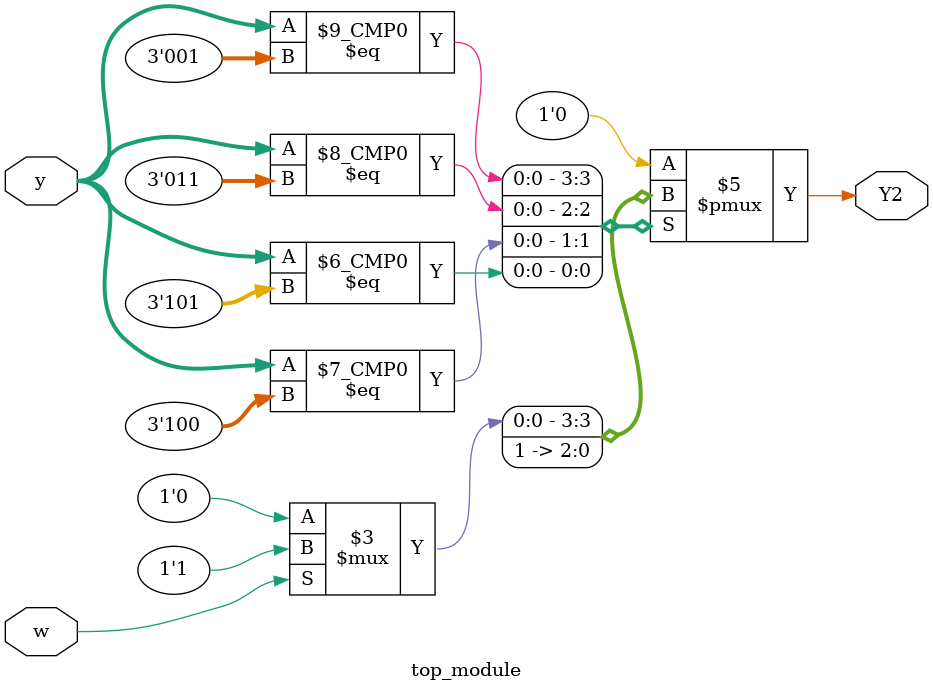
<source format=sv>
module top_module(
    input [3:1] y,
    input w,
    output reg Y2);
    
    // Define states for readability
    parameter A = 3'b000;
    parameter B = 3'b001;
    parameter C = 3'b010;
    parameter D = 3'b011;
    parameter E = 3'b100;
    parameter F = 3'b101;

    always @(*) begin
        case (y)
            A: Y2 = 1'b0; // y[2] is 0 in state A
            B: Y2 = (w == 1'b0) ? 1'b0 : 1'b1;
            C: Y2 = 1'b0; // y[2] is 0 in state C
            D: Y2 = 1'b1; // y[2] is 1 in state D
            E: Y2 = 1'b1; // y[2] is 1 in state E
            F: Y2 = 1'b1; // y[2] is 1 in state F
            default: Y2 = 1'b0; // Default case to avoid latches
        endcase
    end

endmodule

</source>
